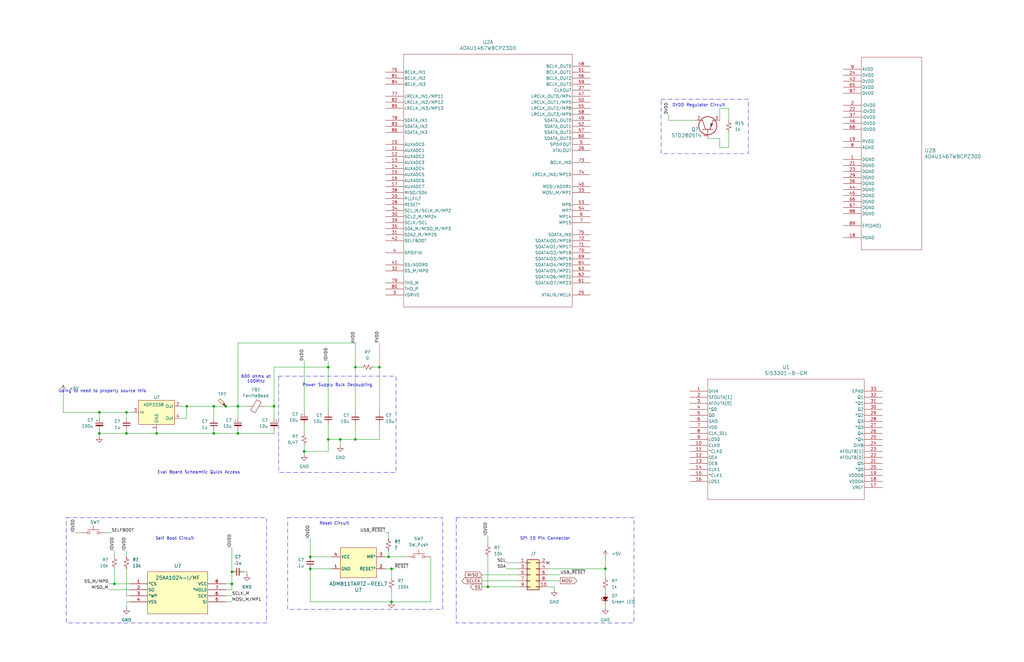
<source format=kicad_sch>
(kicad_sch (version 20250114) (generator "eeschema") (generator_version "9.0")
  (paper "B")
  (title_block (title "Digital Audio Processor ADAU1467") (date "2025-12-31") (rev "0.0") (company "Andy McCann KA3KAF and Doug McCann KA3KAG"))
  (lib_symbols
    (symbol "ADAU1467:ADAU1467WBCPZ300" (pin_names (offset 0.254))
      (property "Reference" "U" (at 43.18 12.7 0))
      (property "Value" "ADAU1467WBCPZ300" (at 43.18 10.16 0))
      (symbol "ADAU1467WBCPZ300_1_1"
        (polyline (pts (xy 7.62 7.62) (xy 7.62 -99.06)) (stroke (width 0.127)))
        (polyline (pts (xy 7.62 -99.06) (xy 78.74 -99.06)) (stroke (width 0.127)))
        (polyline (pts (xy 78.74 7.62) (xy 7.62 7.62)) (stroke (width 0.127)))
        (polyline (pts (xy 78.74 -99.06) (xy 78.74 7.62)) (stroke (width 0.127)))
        (pin unspecified line (at 0 0 0) (length 7.62) (name "BCLK_IN1") (number "76"))
        (pin unspecified line (at 0 -2.54 0) (length 7.62) (name "BCLK_IN2") (number "81"))
        (pin unspecified line (at 0 -5.08 0) (length 7.62) (name "BCLK_IN3") (number "84"))
        (pin unspecified line (at 0 -10.16 0) (length 7.62) (name "LRCLK_IN1/MP11") (number "77"))
        (pin unspecified line (at 0 -12.7 0) (length 7.62) (name "LRCLK_IN2/MP12") (number "82"))
        (pin unspecified line (at 0 -15.24 0) (length 7.62) (name "LRCLK_IN3/MP13") (number "85"))
        (pin unspecified line (at 0 -20.32 0) (length 7.62) (name "SDATA_IN1") (number "78"))
        (pin unspecified line (at 0 -22.86 0) (length 7.62) (name "SDATA_IN2") (number "83"))
        (pin unspecified line (at 0 -25.4 0) (length 7.62) (name "SDATA_IN3") (number "86"))
        (pin unspecified line (at 0 -30.48 0) (length 7.62) (name "AUXADC0") (number "10"))
        (pin unspecified line (at 0 -33.02 0) (length 7.62) (name "AUXADC1") (number "11"))
        (pin unspecified line (at 0 -35.56 0) (length 7.62) (name "AUXADC2") (number "12"))
        (pin unspecified line (at 0 -38.1 0) (length 7.62) (name "AUXADC3") (number "13"))
        (pin unspecified line (at 0 -40.64 0) (length 7.62) (name "AUXADC4") (number "14"))
        (pin unspecified line (at 0 -43.18 0) (length 7.62) (name "AUXADC5") (number "15"))
        (pin unspecified line (at 0 -45.72 0) (length 7.62) (name "AUXADC6") (number "16"))
        (pin unspecified line (at 0 -48.26 0) (length 7.62) (name "AUXADC7") (number "17"))
        (pin unspecified line (at 0 -50.8 0) (length 7.62) (name "MISO/SDA") (number "38"))
        (pin unspecified line (at 0 -53.34 0) (length 7.62) (name "PLLFILT") (number "20"))
        (pin unspecified line (at 0 -55.88 0) (length 7.62) (name "RESET*") (number "28"))
        (pin unspecified line (at 0 -58.42 0) (length 7.62) (name "SCL_M/SCLK_M/MP2") (number "34"))
        (pin unspecified line (at 0 -60.96 0) (length 7.62) (name "SCL2_M/MP24") (number "30"))
        (pin unspecified line (at 0 -63.5 0) (length 7.62) (name "SCLK/SCL") (number "39"))
        (pin unspecified line (at 0 -66.04 0) (length 7.62) (name "SDA_M/MISO_M/MP3") (number "35"))
        (pin unspecified line (at 0 -68.58 0) (length 7.62) (name "SDA2_M/MP25") (number "31"))
        (pin unspecified line (at 0 -71.12 0) (length 7.62) (name "SELFBOOT") (number "42"))
        (pin unspecified line (at 0 -76.2 0) (length 7.62) (name "SPDIFIN") (number "4"))
        (pin unspecified line (at 0 -81.28 0) (length 7.62) (name "SS/ADDR0") (number "41"))
        (pin unspecified line (at 0 -83.82 0) (length 7.62) (name "SS_M/MP0") (number "32"))
        (pin unspecified line (at 0 -88.9 0) (length 7.62) (name "THD_M") (number "79"))
        (pin unspecified line (at 0 -91.44 0) (length 7.62) (name "THD_P") (number "80"))
        (pin unspecified line (at 0 -93.98 0) (length 7.62) (name "VDRIVE") (number "3"))
        (pin unspecified line (at 86.36 2.54 180) (length 7.62) (name "BCLK_OUT0") (number "48"))
        (pin unspecified line (at 86.36 0 180) (length 7.62) (name "BCLK_OUT1") (number "51"))
        (pin unspecified line (at 86.36 -2.54 180) (length 7.62) (name "BCLK_OUT2") (number "56"))
        (pin unspecified line (at 86.36 -5.08 180) (length 7.62) (name "BCLK_OUT3") (number "59"))
        (pin unspecified line (at 86.36 -7.62 180) (length 7.62) (name "CLKOUT") (number "27"))
        (pin unspecified line (at 86.36 -10.16 180) (length 7.62) (name "LRCLK_OUT0/MP4") (number "47"))
        (pin unspecified line (at 86.36 -12.7 180) (length 7.62) (name "LRCLK_OUT1/MP5") (number "50"))
        (pin unspecified line (at 86.36 -15.24 180) (length 7.62) (name "LRCLK_OUT2/MP8") (number "55"))
        (pin unspecified line (at 86.36 -17.78 180) (length 7.62) (name "LRCLK_OUT3/MP9") (number "58"))
        (pin unspecified line (at 86.36 -20.32 180) (length 7.62) (name "SDATA_OUT0") (number "49"))
        (pin unspecified line (at 86.36 -22.86 180) (length 7.62) (name "SDATA_OUT1") (number "52"))
        (pin unspecified line (at 86.36 -25.4 180) (length 7.62) (name "SDATA_OUT2") (number "57"))
        (pin unspecified line (at 86.36 -27.94 180) (length 7.62) (name "SDATA_OUT3") (number "60"))
        (pin unspecified line (at 86.36 -30.48 180) (length 7.62) (name "SPDIFOUT") (number "5"))
        (pin unspecified line (at 86.36 -33.02 180) (length 7.62) (name "XTALOUT") (number "26"))
        (pin unspecified line (at 86.36 -38.1 180) (length 7.62) (name "BCLK_IN0") (number "73"))
        (pin unspecified line (at 86.36 -43.18 180) (length 7.62) (name "LRCLK_IN0/MP10") (number "74"))
        (pin unspecified line (at 86.36 -48.26 180) (length 7.62) (name "MOSI/ADDR1") (number "40"))
        (pin unspecified line (at 86.36 -50.8 180) (length 7.62) (name "MOSI_M/MP1") (number "33"))
        (pin unspecified line (at 86.36 -55.88 180) (length 7.62) (name "MP6") (number "53"))
        (pin unspecified line (at 86.36 -58.42 180) (length 7.62) (name "MP7") (number "54"))
        (pin unspecified line (at 86.36 -60.96 180) (length 7.62) (name "MP14") (number "6"))
        (pin unspecified line (at 86.36 -63.5 180) (length 7.62) (name "MP15") (number "7"))
        (pin unspecified line (at 86.36 -68.58 180) (length 7.62) (name "SDATA_IN0") (number "75"))
        (pin unspecified line (at 86.36 -71.12 180) (length 7.62) (name "SDATAIO0/MP16") (number "72"))
        (pin unspecified line (at 86.36 -73.66 180) (length 7.62) (name "SDATAIO1/MP17") (number "71"))
        (pin unspecified line (at 86.36 -76.2 180) (length 7.62) (name "SDATAIO2/MP18") (number "70"))
        (pin unspecified line (at 86.36 -78.74 180) (length 7.62) (name "SDATAIO3/MP19") (number "69"))
        (pin unspecified line (at 86.36 -81.28 180) (length 7.62) (name "SDATAIO4/MP20") (number "64"))
        (pin unspecified line (at 86.36 -83.82 180) (length 7.62) (name "SDATAIO5/MP21") (number "63"))
        (pin unspecified line (at 86.36 -86.36 180) (length 7.62) (name "SDATAIO6/MP22") (number "62"))
        (pin unspecified line (at 86.36 -88.9 180) (length 7.62) (name "SDATAIO7/MP23") (number "61"))
        (pin unspecified line (at 86.36 -93.98 180) (length 7.62) (name "XTALIN/MCLK") (number "25"))
      )
      (symbol "ADAU1467WBCPZ300_2_1"
        (polyline (pts (xy 7.62 5.08) (xy 7.62 -76.2)) (stroke (width 0.127)))
        (polyline (pts (xy 7.62 -76.2) (xy 33.02 -76.2)) (stroke (width 0.127)))
        (polyline (pts (xy 33.02 5.08) (xy 7.62 5.08)) (stroke (width 0.127)))
        (polyline (pts (xy 33.02 -76.2) (xy 33.02 5.08)) (stroke (width 0.127)))
        (pin unspecified line (at 0 0 0) (length 7.62) (name "AVDD") (number "9"))
        (pin unspecified line (at 0 -2.54 0) (length 7.62) (name "DVDD") (number "24"))
        (pin unspecified line (at 0 -5.08 0) (length 7.62) (name "DVDD") (number "43"))
        (pin unspecified line (at 0 -7.62 0) (length 7.62) (name "DVDD") (number "65"))
        (pin unspecified line (at 0 -10.16 0) (length 7.62) (name "DVDD") (number "87"))
        (pin unspecified line (at 0 -15.24 0) (length 7.62) (name "IOVDD") (number "2"))
        (pin unspecified line (at 0 -17.78 0) (length 7.62) (name "IOVDD") (number "22"))
        (pin unspecified line (at 0 -20.32 0) (length 7.62) (name "IOVDD") (number "37"))
        (pin unspecified line (at 0 -22.86 0) (length 7.62) (name "IOVDD") (number "46"))
        (pin unspecified line (at 0 -25.4 0) (length 7.62) (name "IOVDD") (number "68"))
        (pin unspecified line (at 0 -30.48 0) (length 7.62) (name "PVDD") (number "19"))
        (pin unspecified line (at 0 -33.02 0) (length 7.62) (name "AGND") (number "8"))
        (pin unspecified line (at 0 -38.1 0) (length 7.62) (name "DGND") (number "1"))
        (pin unspecified line (at 0 -40.64 0) (length 7.62) (name "DGND") (number "21"))
        (pin unspecified line (at 0 -43.18 0) (length 7.62) (name "DGND") (number "23"))
        (pin unspecified line (at 0 -45.72 0) (length 7.62) (name "DGND") (number "29"))
        (pin unspecified line (at 0 -48.26 0) (length 7.62) (name "DGND") (number "36"))
        (pin unspecified line (at 0 -50.8 0) (length 7.62) (name "DGND") (number "44"))
        (pin unspecified line (at 0 -53.34 0) (length 7.62) (name "DGND") (number "45"))
        (pin unspecified line (at 0 -55.88 0) (length 7.62) (name "DGND") (number "66"))
        (pin unspecified line (at 0 -58.42 0) (length 7.62) (name "DGND") (number "67"))
        (pin unspecified line (at 0 -60.96 0) (length 7.62) (name "DGND") (number "88"))
        (pin unspecified line (at 0 -66.04 0) (length 7.62) (name "EP(GND)") (number "89"))
        (pin unspecified line (at 0 -71.12 0) (length 7.62) (name "PGND") (number "18"))
      )
    )
    (symbol "Connector:TestPoint_Probe" (pin_numbers (hide yes)) (pin_names (offset 0.762) (hide yes))
      (property "Reference" "TP" (at 1.651 5.842 0))
      (property "Value" "TestPoint_Probe" (at 1.651 4.064 0))
      (symbol "TestPoint_Probe_0_1"
        (polyline (pts (xy 1.27 0.762) (xy 0 0) (xy 0.762 1.27) (xy 1.27 0.762)) (fill (type outline)))
        (polyline (pts (xy 1.397 0.635) (xy 0.635 1.397) (xy 2.413 3.175) (xy 3.175 2.413) (xy 1.397 0.635)) (fill (type background)))
      )
      (symbol "TestPoint_Probe_1_1"
        (pin passive line (at 0 0 90) (length 0) (name "1") (number "1"))
      )
    )
    (symbol "Connector_Generic:Conn_02x05_Odd_Even" (pin_names (offset 1.016) (hide yes))
      (property "Reference" "J" (at 1.27 7.62 0))
      (property "Value" "Conn_02x05_Odd_Even" (at 1.27 -7.62 0))
      (symbol "Conn_02x05_Odd_Even_1_1"
        (rectangle (start -1.27 6.35) (end 3.81 -6.35) (stroke (width 0.254)) (fill (type background)))
        (rectangle (start -1.27 5.207) (end 0 4.953) (stroke (width 0.1524)))
        (rectangle (start -1.27 2.667) (end 0 2.413) (stroke (width 0.1524)))
        (rectangle (start -1.27 0.127) (end 0 -0.127) (stroke (width 0.1524)))
        (rectangle (start -1.27 -2.413) (end 0 -2.667) (stroke (width 0.1524)))
        (rectangle (start -1.27 -4.953) (end 0 -5.207) (stroke (width 0.1524)))
        (rectangle (start 3.81 5.207) (end 2.54 4.953) (stroke (width 0.1524)))
        (rectangle (start 3.81 2.667) (end 2.54 2.413) (stroke (width 0.1524)))
        (rectangle (start 3.81 0.127) (end 2.54 -0.127) (stroke (width 0.1524)))
        (rectangle (start 3.81 -2.413) (end 2.54 -2.667) (stroke (width 0.1524)))
        (rectangle (start 3.81 -4.953) (end 2.54 -5.207) (stroke (width 0.1524)))
        (pin passive line (at -5.08 5.08 0) (length 3.81) (name "Pin_1") (number "1"))
        (pin passive line (at -5.08 2.54 0) (length 3.81) (name "Pin_3") (number "3"))
        (pin passive line (at -5.08 0 0) (length 3.81) (name "Pin_5") (number "5"))
        (pin passive line (at -5.08 -2.54 0) (length 3.81) (name "Pin_7") (number "7"))
        (pin passive line (at -5.08 -5.08 0) (length 3.81) (name "Pin_9") (number "9"))
        (pin passive line (at 7.62 5.08 180) (length 3.81) (name "Pin_2") (number "2"))
        (pin passive line (at 7.62 2.54 180) (length 3.81) (name "Pin_4") (number "4"))
        (pin passive line (at 7.62 0 180) (length 3.81) (name "Pin_6") (number "6"))
        (pin passive line (at 7.62 -2.54 180) (length 3.81) (name "Pin_8") (number "8"))
        (pin passive line (at 7.62 -5.08 180) (length 3.81) (name "Pin_10") (number "10"))
      )
    )
    (symbol "Device:C_Polarized_Small" (pin_numbers (hide yes)) (pin_names (offset 0.254) (hide yes))
      (property "Reference" "C" (at 0.254 1.778 0))
      (property "Value" "C_Polarized_Small" (at 0.254 -2.032 0))
      (symbol "C_Polarized_Small_0_1"
        (rectangle (start -1.524 0.6858) (end 1.524 0.3048))
        (rectangle (start -1.524 -0.3048) (end 1.524 -0.6858) (fill (type outline)))
        (polyline (pts (xy -1.27 1.524) (xy -0.762 1.524)))
        (polyline (pts (xy -1.016 1.27) (xy -1.016 1.778)))
      )
      (symbol "C_Polarized_Small_1_1"
        (pin passive line (at 0 2.54 270) (length 1.8542) (name "~") (number "1"))
        (pin passive line (at 0 -2.54 90) (length 1.8542) (name "~") (number "2"))
      )
    )
    (symbol "Device:C_Small" (pin_numbers (hide yes)) (pin_names (offset 0.254) (hide yes))
      (property "Reference" "C" (at 0.254 1.778 0))
      (property "Value" "C_Small" (at 0.254 -2.032 0))
      (symbol "C_Small_0_1"
        (polyline (pts (xy -1.524 0.508) (xy 1.524 0.508)) (stroke (width 0.3048)))
        (polyline (pts (xy -1.524 -0.508) (xy 1.524 -0.508)) (stroke (width 0.3302)))
      )
      (symbol "C_Small_1_1"
        (pin passive line (at 0 2.54 270) (length 2.032) (name "~") (number "1"))
        (pin passive line (at 0 -2.54 90) (length 2.032) (name "~") (number "2"))
      )
    )
    (symbol "Device:FerriteBead" (pin_numbers (hide yes)) (pin_names (offset 0))
      (property "Reference" "FB" (at -3.81 0.635 90))
      (property "Value" "FerriteBead" (at 3.81 0 90))
      (symbol "FerriteBead_0_1"
        (polyline (pts (xy -2.7686 0.4064) (xy -1.7018 2.2606) (xy 2.7686 -0.3048) (xy 1.6764 -2.159) (xy -2.7686 0.4064)))
        (polyline (pts (xy 0 1.27) (xy 0 1.2954)))
        (polyline (pts (xy 0 -1.27) (xy 0 -1.2192)))
      )
      (symbol "FerriteBead_1_1"
        (pin passive line (at 0 3.81 270) (length 2.54) (name "~") (number "1"))
        (pin passive line (at 0 -3.81 90) (length 2.54) (name "~") (number "2"))
      )
    )
    (symbol "Device:LED_Small_Filled" (pin_numbers (hide yes)) (pin_names (offset 0.254) (hide yes))
      (property "Reference" "D" (at -1.27 3.175 0))
      (property "Value" "LED_Small_Filled" (at -4.445 -2.54 0))
      (symbol "LED_Small_Filled_0_1"
        (polyline (pts (xy -0.762 -1.016) (xy -0.762 1.016)) (stroke (width 0.254)))
        (polyline (pts (xy 0 0.762) (xy -0.508 1.27) (xy -0.254 1.27) (xy -0.508 1.27) (xy -0.508 1.016)))
        (polyline (pts (xy 0.508 1.27) (xy 0 1.778) (xy 0.254 1.778) (xy 0 1.778) (xy 0 1.524)))
        (polyline (pts (xy 0.762 -1.016) (xy -0.762 0) (xy 0.762 1.016) (xy 0.762 -1.016)) (stroke (width 0.254)) (fill (type outline)))
        (polyline (pts (xy 1.016 0) (xy -0.762 0)))
      )
      (symbol "LED_Small_Filled_1_1"
        (pin passive line (at -2.54 0 0) (length 1.778) (name "K") (number "1"))
        (pin passive line (at 2.54 0 180) (length 1.778) (name "A") (number "2"))
      )
    )
    (symbol "Device:R_Small_US" (pin_numbers (hide yes)) (pin_names (offset 0.254) (hide yes))
      (property "Reference" "R" (at 0.762 0.508 0))
      (property "Value" "R_Small_US" (at 0.762 -1.016 0))
      (symbol "R_Small_US_1_1"
        (polyline (pts (xy 0 1.524) (xy 1.016 1.143) (xy 0 0.762) (xy -1.016 0.381) (xy 0 0)))
        (polyline (pts (xy 0 0) (xy 1.016 -0.381) (xy 0 -0.762) (xy -1.016 -1.143) (xy 0 -1.524)))
        (pin passive line (at 0 2.54 270) (length 1.016) (name "~") (number "1"))
        (pin passive line (at 0 -2.54 90) (length 1.016) (name "~") (number "2"))
      )
    )
    (symbol "Si53301:SI53301-B-GM" (pin_names (offset 0.254))
      (property "Reference" "U" (at 40.64 10.16 0))
      (property "Value" "SI53301-B-GM" (at 40.64 7.62 0))
      (symbol "SI53301-B-GM_0_1"
        (polyline (pts (xy 7.62 5.08) (xy 7.62 -45.72)) (stroke (width 0.127)))
        (polyline (pts (xy 7.62 -45.72) (xy 73.66 -45.72)) (stroke (width 0.127)))
        (polyline (pts (xy 73.66 5.08) (xy 7.62 5.08)) (stroke (width 0.127)))
        (polyline (pts (xy 73.66 -45.72) (xy 73.66 5.08)) (stroke (width 0.127)))
        (pin input line (at 0 0 0) (length 7.62) (name "DIVA") (number "1"))
        (pin input line (at 0 -2.54 0) (length 7.62) (name "SFOUTA[1]") (number "2"))
        (pin input line (at 0 -5.08 0) (length 7.62) (name "AFOUTA[0]") (number "3"))
        (pin output line (at 0 -7.62 0) (length 7.62) (name "*Q0") (number "4"))
        (pin output line (at 0 -10.16 0) (length 7.62) (name "Q0") (number "5"))
        (pin power_in line (at 0 -12.7 0) (length 7.62) (name "GND") (number "6"))
        (pin power_in line (at 0 -15.24 0) (length 7.62) (name "VDD") (number "7"))
        (pin input line (at 0 -17.78 0) (length 7.62) (name "CLK_SEL") (number "8"))
        (pin output line (at 0 -20.32 0) (length 7.62) (name "LOS0") (number "9"))
        (pin input line (at 0 -22.86 0) (length 7.62) (name "CLK0") (number "10"))
        (pin input line (at 0 -25.4 0) (length 7.62) (name "*CLK0") (number "11"))
        (pin input line (at 0 -27.94 0) (length 7.62) (name "OEA") (number "12"))
        (pin input line (at 0 -30.48 0) (length 7.62) (name "OEB") (number "13"))
        (pin input line (at 0 -33.02 0) (length 7.62) (name "CLK1") (number "14"))
        (pin input line (at 0 -35.56 0) (length 7.62) (name "*CLK1") (number "15"))
        (pin output line (at 0 -38.1 0) (length 7.62) (name "LOS1") (number "16"))
        (pin unspecified line (at 81.28 0 180) (length 7.62) (name "EPAD") (number "33"))
        (pin output line (at 81.28 -2.54 180) (length 7.62) (name "Q1") (number "32"))
        (pin output line (at 81.28 -5.08 180) (length 7.62) (name "*Q1") (number "31"))
        (pin output line (at 81.28 -7.62 180) (length 7.62) (name "Q2") (number "30"))
        (pin output line (at 81.28 -10.16 180) (length 7.62) (name "*Q2") (number "29"))
        (pin output line (at 81.28 -12.7 180) (length 7.62) (name "Q3") (number "28"))
        (pin output line (at 81.28 -15.24 180) (length 7.62) (name "*Q3") (number "27"))
        (pin output line (at 81.28 -17.78 180) (length 7.62) (name "Q4") (number "26"))
        (pin output line (at 81.28 -20.32 180) (length 7.62) (name "*Q4") (number "25"))
        (pin input line (at 81.28 -22.86 180) (length 7.62) (name "DIVB") (number "24"))
        (pin input line (at 81.28 -25.4 180) (length 7.62) (name "AFOUTB[1]") (number "23"))
        (pin input line (at 81.28 -27.94 180) (length 7.62) (name "AFOUTB[0]") (number "22"))
        (pin output line (at 81.28 -30.48 180) (length 7.62) (name "Q5") (number "21"))
        (pin output line (at 81.28 -33.02 180) (length 7.62) (name "*Q5") (number "20"))
        (pin power_in line (at 81.28 -35.56 180) (length 7.62) (name "VDDOB") (number "19"))
        (pin power_in line (at 81.28 -38.1 180) (length 7.62) (name "VDDOA") (number "18"))
        (pin output line (at 81.28 -40.64 180) (length 7.62) (name "VREF") (number "17"))
      )
    )
    (symbol "Switch:SW_Push" (pin_numbers (hide yes)) (pin_names (offset 1.016) (hide yes))
      (property "Reference" "SW" (at 1.27 2.54 0))
      (property "Value" "SW_Push" (at 0 -1.524 0))
      (symbol "SW_Push_0_1"
        (circle (center -2.032 0) (radius 0.508))
        (polyline (pts (xy 0 1.27) (xy 0 3.048)))
        (circle (center 2.032 0) (radius 0.508))
        (polyline (pts (xy 2.54 1.27) (xy -2.54 1.27)))
        (pin passive line (at -5.08 0 0) (length 2.54) (name "1") (number "1"))
        (pin passive line (at 5.08 0 180) (length 2.54) (name "2") (number "2"))
      )
    )
    (symbol "hf-transceiver:25AA1024-I_MF" (pin_names (offset 0.254))
      (property "Reference" "U" (at 0 13.97 0))
      (property "Value" "25AA1024-I/MF" (at 0 11.43 0))
      (symbol "25AA1024-I_MF_0_1"
        (pin input line (at -20.32 3.81 0) (length 7.62) (name "*CS") (number "1"))
        (pin output line (at -20.32 1.27 0) (length 7.62) (name "SO") (number "2"))
        (pin unspecified line (at -20.32 -1.27 0) (length 7.62) (name "*WP") (number "3"))
        (pin power_in line (at -20.32 -3.81 0) (length 7.62) (name "VSS") (number "4"))
        (pin power_in line (at 20.32 3.81 180) (length 7.62) (name "VCC") (number "8"))
        (pin input line (at 20.32 1.27 180) (length 7.62) (name "*HOLD") (number "7"))
        (pin input line (at 20.32 -1.27 180) (length 7.62) (name "SCK") (number "6"))
        (pin input line (at 20.32 -3.81 180) (length 7.62) (name "SI") (number "5"))
      )
      (symbol "25AA1024-I_MF_1_1"
        (rectangle (start -12.7 8.89) (end 12.7 -8.89) (fill (type background)))
      )
    )
    (symbol "hf-transceiver:ADM811TARTZ-REEL7" (pin_names (offset 0.254))
      (property "Reference" "U" (at 2.54 11.43 0))
      (property "Value" "ADM811TARTZ-REEL7" (at 2.54 8.89 0))
      (symbol "ADM811TARTZ-REEL7_0_1"
        (pin passive line (at -11.43 2.54 0) (length 3.81) (name "GND") (number "1"))
        (pin passive line (at 11.43 -2.54 180) (length 3.81) (name "MR*") (number "3"))
      )
      (symbol "ADM811TARTZ-REEL7_1_1"
        (rectangle (start -7.62 6.35) (end 7.62 -6.35) (fill (type background)))
        (pin power_in line (at -11.43 -2.54 0) (length 3.81) (name "VCC") (number "4"))
        (pin passive line (at 11.43 2.54 180) (length 3.81) (name "RESET*") (number "2"))
      )
    )
    (symbol "hf-transceiver:ADP3338"
      (property "Reference" "U" (at 0 0.254 0))
      (property "Value" "ADP3338" (at 0 0 0))
      (symbol "ADP3338_0_0"
        (pin power_in line (at -10.16 0 0) (length 2.54) (name "In") (number "3"))
        (pin input line (at 0 -7.62 90) (length 2.54) (name "GND") (number "1"))
        (pin power_out line (at 10.16 2.54 180) (length 2.54) (name "Out") (number "2"))
        (pin power_out line (at 10.16 -2.54 180) (length 2.54) (name "Out") (number "4"))
      )
      (symbol "ADP3338_0_1"
        (rectangle (start -7.62 5.08) (end 7.62 -5.08) (fill (type background)))
      )
    )
    (symbol "hf-transceiver:STD2805T4" (pin_names (offset 0.254) (hide yes))
      (property "Reference" "Q" (at 10.16 2.54 0))
      (property "Value" "STD2805T4" (at 10.16 -2.54 0))
      (symbol "STD2805T4_0_1"
        (polyline (pts (xy 2.54 0) (xy 3.81 0)) (stroke (width 0.2032)))
        (polyline (pts (xy 3.81 0.9398) (xy 7.62 2.2098)) (stroke (width 0.2032)))
        (polyline (pts (xy 3.81 -0.9398) (xy 7.62 -2.2098)) (stroke (width 0.2032)))
        (polyline (pts (xy 3.81 -2.2098) (xy 3.81 2.2098)) (stroke (width 0.2032)))
        (circle (center 5.3848 0) (radius 3.81) (stroke (width 0.254)))
        (polyline (pts (xy 6.0198 -2.2098) (xy 6.35 -1.27) (xy 4.7498 -1.27)) (fill (type outline)))
        (polyline (pts (xy 7.62 2.2098) (xy 7.62 2.54)) (stroke (width 0.2032)))
        (polyline (pts (xy 7.62 -2.54) (xy 7.62 -2.2098)) (stroke (width 0.2032)))
        (pin passive line (at 0 0 0) (length 2.54) (name "Base") (number "1"))
        (pin passive line (at 7.62 5.08 270) (length 2.54) (name "Collector") (number "2"))
        (pin passive line (at 7.62 -5.08 90) (length 2.54) (name "Emitter") (number "3"))
      )
    )
    (symbol "power:+5V" (power) (pin_numbers (hide yes)) (pin_names (offset 0) (hide yes))
      (property "Value" "+5V" (at 0 3.556 0))
      (symbol "+5V_0_1"
        (polyline (pts (xy -0.762 1.27) (xy 0 2.54)))
        (polyline (pts (xy 0 2.54) (xy 0.762 1.27)))
        (polyline (pts (xy 0 0) (xy 0 2.54)))
      )
      (symbol "+5V_1_1"
        (pin power_in line (at 0 0 90) (length 0) (name "~") (number "1"))
      )
    )
    (symbol "power:GND" (power) (pin_numbers (hide yes)) (pin_names (offset 0) (hide yes))
      (property "Value" "GND" (at 0 -3.81 0))
      (symbol "GND_0_1"
        (polyline (pts (xy 0 0) (xy 0 -1.27) (xy 1.27 -1.27) (xy 0 -2.54) (xy -1.27 -1.27) (xy 0 -1.27)))
      )
      (symbol "GND_1_1"
        (pin power_in line (at 0 0 270) (length 0) (name "~") (number "1"))
      )
    )
  )
  (rectangle (start 117.475 158.75) (end 167.005 199.39) (stroke (width 0) (type dash_dot)))
  (rectangle (start 192.405 218.44) (end 267.335 262.89) (stroke (width 0) (type dash_dot)))
  (rectangle (start 278.765 41.91) (end 315.595 64.77) (stroke (width 0) (type dash_dot)))
  (rectangle (start 121.285 218.44) (end 186.69 257.175) (stroke (width 0) (type dash_dot)))
  (rectangle (start 27.94 218.44) (end 112.395 262.89) (stroke (width 0) (type dash_dot)))
  (text "DVDD Regulator Circuit" (at 294.64 44.45 0) (effects (font (size 1.27 1.27))))
  (text "Reset Circuit" (at 140.97 220.98 0) (effects (font (size 1.27 1.27))))
  (text "600 ohms at\n100MHz" (at 107.95 160.02 0) (effects (font (size 1.27 1.27))))
  (text "SPI 10 Pin Connector" (at 229.87 227.33 0) (effects (font (size 1.27 1.27))))
  (text "Going to need to properly source this" (at 43.18 165.1 0) (effects (font (size 1.27 1.27))))
  (text "Self Boot Circuit" (at 73.66 227.33 0) (effects (font (size 1.27 1.27))))
  (text "Eval Board Scheamtic Quick Access" (at 83.82 199.39 0) (effects (font (size 1.27 1.27))))
  (text "Power Supply Bulk Decoupling" (at 142.24 162.56 0) (effects (font (size 1.27 1.27))))
  (junction (at 128.27 190.5))
  (junction (at 41.91 173.99))
  (junction (at 149.86 154.94))
  (junction (at 255.27 240.03))
  (junction (at 41.91 182.88))
  (junction (at 97.79 246.38))
  (junction (at 138.43 154.94))
  (junction (at 48.26 246.38))
  (junction (at 100.33 171.45))
  (junction (at 95.25 171.45))
  (junction (at 78.74 171.45))
  (junction (at 53.34 182.88))
  (junction (at 163.83 234.95))
  (junction (at 165.1 240.03))
  (junction (at 130.81 234.95))
  (junction (at 165.1 254))
  (junction (at 130.81 240.03))
  (junction (at 66.04 182.88))
  (junction (at 90.17 182.88))
  (junction (at 160.02 154.94))
  (junction (at 100.33 182.88))
  (junction (at 115.57 171.45))
  (junction (at 205.74 247.65))
  (junction (at 97.79 241.3))
  (junction (at 90.17 171.45))
  (junction (at 53.34 173.99))
  (junction (at 149.86 185.42))
  (junction (at 143.51 185.42))
  (junction (at 138.43 185.42))
  (no_connect (at 231.14 237.49))
  (wire (pts (xy 31.75 224.79) (xy 34.29 224.79)))
  (wire (pts (xy 298.45 58.42) (xy 303.53 58.42)))
  (wire (pts (xy 100.33 144.78) (xy 100.33 171.45)))
  (wire (pts (xy 128.27 179.07) (xy 128.27 182.88)))
  (wire (pts (xy 138.43 152.4) (xy 138.43 154.94)))
  (wire (pts (xy 203.2 245.11) (xy 218.44 245.11)))
  (wire (pts (xy 157.48 154.94) (xy 160.02 154.94)))
  (wire (pts (xy 78.74 171.45) (xy 78.74 176.53)))
  (wire (pts (xy 130.81 234.95) (xy 139.7 234.95)))
  (wire (pts (xy 138.43 185.42) (xy 143.51 185.42)))
  (wire (pts (xy 54.61 254) (xy 53.34 254)))
  (wire (pts (xy 95.25 254) (xy 97.79 254)))
  (wire (pts (xy 97.79 248.92) (xy 97.79 246.38)))
  (wire (pts (xy 138.43 185.42) (xy 138.43 190.5)))
  (wire (pts (xy 115.57 181.61) (xy 115.57 182.88)))
  (wire (pts (xy 165.1 243.84) (xy 165.1 240.03)))
  (wire (pts (xy 138.43 154.94) (xy 138.43 173.99)))
  (wire (pts (xy 160.02 179.07) (xy 160.02 185.42)))
  (wire (pts (xy 231.14 242.57) (xy 236.22 242.57)))
  (wire (pts (xy 205.74 247.65) (xy 218.44 247.65)))
  (wire (pts (xy 138.43 179.07) (xy 138.43 185.42)))
  (wire (pts (xy 90.17 171.45) (xy 95.25 171.45)))
  (wire (pts (xy 41.91 182.88) (xy 53.34 182.88)))
  (wire (pts (xy 231.14 245.11) (xy 236.22 245.11)))
  (wire (pts (xy 255.27 234.95) (xy 255.27 240.03)))
  (wire (pts (xy 128.27 187.96) (xy 128.27 190.5)))
  (wire (pts (xy 255.27 248.92) (xy 255.27 250.19)))
  (wire (pts (xy 162.56 224.79) (xy 163.83 224.79)))
  (wire (pts (xy 115.57 154.94) (xy 138.43 154.94)))
  (wire (pts (xy 205.74 234.95) (xy 205.74 247.65)))
  (wire (pts (xy 163.83 232.41) (xy 163.83 234.95)))
  (wire (pts (xy 100.33 171.45) (xy 104.14 171.45)))
  (wire (pts (xy 143.51 185.42) (xy 149.86 185.42)))
  (wire (pts (xy 162.56 234.95) (xy 163.83 234.95)))
  (wire (pts (xy 231.14 240.03) (xy 255.27 240.03)))
  (wire (pts (xy 90.17 181.61) (xy 90.17 182.88)))
  (wire (pts (xy 97.79 246.38) (xy 95.25 246.38)))
  (wire (pts (xy 53.34 232.41) (xy 53.34 234.95)))
  (wire (pts (xy 160.02 185.42) (xy 149.86 185.42)))
  (wire (pts (xy 95.25 251.46) (xy 97.79 251.46)))
  (wire (pts (xy 66.04 182.88) (xy 90.17 182.88)))
  (wire (pts (xy 115.57 154.94) (xy 115.57 171.45)))
  (wire (pts (xy 53.34 173.99) (xy 53.34 176.53)))
  (wire (pts (xy 130.81 227.33) (xy 130.81 234.95)))
  (wire (pts (xy 128.27 190.5) (xy 128.27 191.77)))
  (wire (pts (xy 97.79 231.14) (xy 97.79 241.3)))
  (wire (pts (xy 90.17 171.45) (xy 90.17 176.53)))
  (wire (pts (xy 307.34 62.23) (xy 303.53 62.23)))
  (wire (pts (xy 213.36 240.03) (xy 218.44 240.03)))
  (wire (pts (xy 115.57 171.45) (xy 115.57 176.53)))
  (wire (pts (xy 303.53 45.72) (xy 303.53 50.8)))
  (wire (pts (xy 255.27 255.27) (xy 255.27 256.54)))
  (wire (pts (xy 213.36 237.49) (xy 218.44 237.49)))
  (wire (pts (xy 44.45 224.79) (xy 46.99 224.79)))
  (wire (pts (xy 165.1 240.03) (xy 162.56 240.03)))
  (wire (pts (xy 149.86 179.07) (xy 149.86 185.42)))
  (wire (pts (xy 41.91 173.99) (xy 53.34 173.99)))
  (wire (pts (xy 53.34 254) (xy 53.34 256.54)))
  (wire (pts (xy 303.53 58.42) (xy 303.53 62.23)))
  (wire (pts (xy 255.27 240.03) (xy 255.27 243.84)))
  (wire (pts (xy 160.02 154.94) (xy 160.02 173.99)))
  (wire (pts (xy 53.34 181.61) (xy 53.34 182.88)))
  (wire (pts (xy 95.25 171.45) (xy 100.33 171.45)))
  (wire (pts (xy 100.33 181.61) (xy 100.33 182.88)))
  (wire (pts (xy 104.14 241.3) (xy 104.14 242.57)))
  (wire (pts (xy 203.2 242.57) (xy 218.44 242.57)))
  (wire (pts (xy 54.61 251.46) (xy 53.34 251.46)))
  (wire (pts (xy 53.34 182.88) (xy 66.04 182.88)))
  (wire (pts (xy 48.26 246.38) (xy 54.61 246.38)))
  (wire (pts (xy 307.34 45.72) (xy 307.34 50.8)))
  (wire (pts (xy 231.14 247.65) (xy 233.68 247.65)))
  (wire (pts (xy 143.51 185.42) (xy 143.51 187.96)))
  (wire (pts (xy 281.94 48.26) (xy 281.94 50.8)))
  (wire (pts (xy 26.67 165.1) (xy 26.67 173.99)))
  (wire (pts (xy 130.81 254) (xy 165.1 254)))
  (wire (pts (xy 45.72 246.38) (xy 48.26 246.38)))
  (wire (pts (xy 139.7 240.03) (xy 130.81 240.03)))
  (wire (pts (xy 76.2 171.45) (xy 78.74 171.45)))
  (wire (pts (xy 307.34 55.88) (xy 307.34 62.23)))
  (wire (pts (xy 102.87 241.3) (xy 104.14 241.3)))
  (wire (pts (xy 307.34 45.72) (xy 303.53 45.72)))
  (wire (pts (xy 48.26 240.03) (xy 48.26 246.38)))
  (wire (pts (xy 100.33 144.78) (xy 149.86 144.78)))
  (wire (pts (xy 41.91 182.88) (xy 41.91 184.15)))
  (wire (pts (xy 181.61 254) (xy 165.1 254)))
  (wire (pts (xy 90.17 182.88) (xy 100.33 182.88)))
  (wire (pts (xy 53.34 173.99) (xy 55.88 173.99)))
  (wire (pts (xy 163.83 234.95) (xy 171.45 234.95)))
  (wire (pts (xy 163.83 224.79) (xy 163.83 227.33)))
  (wire (pts (xy 128.27 190.5) (xy 138.43 190.5)))
  (wire (pts (xy 205.74 226.06) (xy 205.74 229.87)))
  (wire (pts (xy 149.86 154.94) (xy 149.86 173.99)))
  (wire (pts (xy 41.91 173.99) (xy 41.91 176.53)))
  (wire (pts (xy 45.72 248.92) (xy 54.61 248.92)))
  (wire (pts (xy 149.86 154.94) (xy 152.4 154.94)))
  (wire (pts (xy 128.27 152.4) (xy 128.27 173.99)))
  (wire (pts (xy 26.67 173.99) (xy 41.91 173.99)))
  (wire (pts (xy 181.61 234.95) (xy 181.61 254)))
  (wire (pts (xy 281.94 50.8) (xy 293.37 50.8)))
  (wire (pts (xy 160.02 144.78) (xy 160.02 154.94)))
  (wire (pts (xy 165.1 254) (xy 165.1 248.92)))
  (wire (pts (xy 97.79 241.3) (xy 97.79 246.38)))
  (wire (pts (xy 48.26 232.41) (xy 48.26 234.95)))
  (wire (pts (xy 53.34 251.46) (xy 53.34 240.03)))
  (wire (pts (xy 111.76 171.45) (xy 115.57 171.45)))
  (wire (pts (xy 165.1 240.03) (xy 166.37 240.03)))
  (wire (pts (xy 149.86 144.78) (xy 149.86 154.94)))
  (wire (pts (xy 233.68 247.65) (xy 233.68 248.92)))
  (wire (pts (xy 95.25 248.92) (xy 97.79 248.92)))
  (wire (pts (xy 100.33 171.45) (xy 100.33 176.53)))
  (wire (pts (xy 130.81 254) (xy 130.81 240.03)))
  (wire (pts (xy 76.2 176.53) (xy 78.74 176.53)))
  (wire (pts (xy 100.33 182.88) (xy 115.57 182.88)))
  (wire (pts (xy 78.74 171.45) (xy 90.17 171.45)))
  (wire (pts (xy 41.91 181.61) (xy 41.91 182.88)))
  (wire (pts (xy 203.2 247.65) (xy 205.74 247.65)))
  (wire (pts (xy 66.04 181.61) (xy 66.04 182.88)))
  (label "IOVDD" (at 205.74 226.06 90))
  (label "IOVDD" (at 31.75 224.79 90))
  (label "DVDD" (at 281.94 48.26 90))
  (label "PVDD" (at 160.02 144.78 90))
  (label "SCL" (at 213.36 237.49 180))
  (label "SDA" (at 213.36 240.03 180))
  (label "IOVDD" (at 97.79 231.14 90))
  (label "USB_~{RESET}" (at 236.22 242.57 0))
  (label "IOVDD" (at 53.34 232.41 90))
  (label "AVDD" (at 149.86 144.78 90))
  (label "IOVDD" (at 130.81 227.33 90))
  (label "MOSI_M{slash}MP1" (at 97.79 254 0))
  (label "IOVDD" (at 138.43 152.4 90))
  (label "DVDD" (at 128.27 152.4 90))
  (label "~{RESET}" (at 166.37 240.03 0))
  (label "SCLK_M" (at 97.79 251.46 0))
  (label "IOVDD" (at 48.26 232.41 90))
  (label "SS_M{slash}MP0" (at 45.72 246.38 180))
  (label "USB_~{RESET}" (at 162.56 224.79 180))
  (label "SELFBOOT" (at 46.99 224.79 0))
  (label "MiSO_M" (at 45.72 248.92 180))
  (global_label "MOSI" (shape output) (at 236.22 245.11 0) (property "Intersheetrefs" "${INTERSHEET_REFS}" (effects (hide yes))))
  (global_label "SCLCK" (shape output) (at 203.2 245.11 180) (property "Intersheetrefs" "${INTERSHEET_REFS}" (effects (hide yes))))
  (global_label "SS" (shape output) (at 203.2 247.65 180) (property "Intersheetrefs" "${INTERSHEET_REFS}" (effects (hide yes))))
  (global_label "MISO" (shape input) (at 203.2 242.57 180) (property "Intersheetrefs" "${INTERSHEET_REFS}" (effects (hide yes))))
  (symbol (lib_id "Device:R_Small_US") (at 128.27 185.42 0) (mirror y) (unit 1)
    (property "Reference" "R?" (at 125.73 184.1499 0) (effects (justify left)))
    (property "Value" "0.47" (at 125.73 186.6899 0) (effects (justify left)))
    (property "Description" "Resistor, small US symbol" (effects (hide yes)))
  )
  (symbol (lib_id "Si53301:SI53301-B-GM") (at 290.83 165.1 0) (unit 1)
    (property "Reference" "U1" (at 331.47 154.94 0) (effects (font (size 1.524 1.524))))
    (property "Value" "SI53301-B-GM" (at 331.47 157.48 0) (effects (font (size 1.524 1.524))))
    (property "Footprint" "QFN32_5X5_SIL" (effects (hide yes)))
    (property "Datasheet" "SI53301-B-GM" (effects (hide yes)))
  )
  (symbol (lib_id "ADAU1467:ADAU1467WBCPZ300") (at 162.56 30.48 0) (unit 1)
    (property "Reference" "U2" (at 205.74 17.78 0) (effects (font (size 1.524 1.524))))
    (property "Value" "ADAU1467WBCPZ300" (at 205.74 20.32 0) (effects (font (size 1.524 1.524))))
    (property "Footprint" "CP_88_10_ADI" (effects (hide yes)))
    (property "Datasheet" "https://www.analog.com/media/en/technical-documentation/data-sheets/ADAU1463-1467.pdf" (effects (hide yes)))
  )
  (symbol (lib_id "Device:R_Small_US") (at 205.74 232.41 0) (unit 1)
    (property "Reference" "R?" (at 208.28 231.1399 0) (effects (justify left)))
    (property "Value" "10k" (at 208.28 233.6799 0) (effects (justify left)))
    (property "Description" "Resistor, small US symbol" (effects (hide yes)))
  )
  (symbol (lib_id "Device:C_Small") (at 138.43 176.53 180) (unit 1)
    (property "Reference" "C?" (at 135.89 175.2535 0) (effects (justify left)))
    (property "Value" "10u" (at 135.89 177.7935 0) (effects (justify left)))
    (property "Description" "Unpolarized capacitor, small symbol" (effects (hide yes)))
  )
  (symbol (lib_id "power:GND") (at 233.68 248.92 0) (unit 1)
    (property "Reference" "#PWR?" (effects (hide yes)))
    (property "Value" "GND" (at 233.68 254 0))
    (property "Description" "Power symbol creates a global label with name \"GND\" , ground" (effects (hide yes)))
  )
  (symbol (lib_id "Device:FerriteBead") (at 107.95 171.45 90) (unit 1)
    (property "Reference" "FB?" (at 107.8992 164.465 90))
    (property "Value" "FerriteBead" (at 107.8992 167.005 90))
    (property "Description" "Ferrite bead" (effects (hide yes)))
  )
  (symbol (lib_id "Switch:SW_Push") (at 39.37 224.79 0) (unit 1)
    (property "Reference" "SW?" (at 40.005 220.345 0))
    (property "Value" "SW_Push" (effects (hide yes)))
    (property "Description" "Push button switch, generic, two pins" (effects (hide yes)))
  )
  (symbol (lib_id "power:GND") (at 128.27 191.77 0) (unit 1)
    (property "Reference" "#PWR?" (effects (hide yes)))
    (property "Value" "GND" (at 128.27 196.85 0))
    (property "Description" "Power symbol creates a global label with name \"GND\" , ground" (effects (hide yes)))
  )
  (symbol (lib_id "Device:C_Polarized_Small") (at 115.57 179.07 0) (mirror y) (unit 1)
    (property "Reference" "C?" (at 113.03 177.2538 0) (effects (justify left)))
    (property "Value" "10u" (at 113.03 179.7938 0) (effects (justify left)))
    (property "Description" "Polarized capacitor, small symbol" (effects (hide yes)))
  )
  (symbol (lib_id "power:GND") (at 104.14 242.57 0) (unit 1)
    (property "Reference" "#PWR?" (effects (hide yes)))
    (property "Value" "GND" (at 104.14 247.65 0))
    (property "Description" "Power symbol creates a global label with name \"GND\" , ground" (effects (hide yes)))
  )
  (symbol (lib_id "power:GND") (at 165.1 254 0) (unit 1)
    (property "Reference" "#PWR?" (effects (hide yes)))
    (property "Value" "GND" (effects (hide yes)))
    (property "Description" "Power symbol creates a global label with name \"GND\" , ground" (effects (hide yes)))
  )
  (symbol (lib_id "hf-transceiver:ADM811TARTZ-REEL7") (at 151.13 237.49 0) (mirror x) (unit 1)
    (property "Reference" "U?" (at 151.13 248.92 0) (effects (font (size 1.524 1.524))))
    (property "Value" "ADM811TARTZ-REEL7" (at 151.13 246.38 0) (effects (font (size 1.524 1.524))))
    (property "Footprint" "hf-transceiver:RA_4_ADI" (effects (hide yes)))
    (property "Datasheet" "https://www.analog.com/media/en/technical-documentation/data-sheets/ADM811_812.pdf" (effects (hide yes)))
  )
  (symbol (lib_id "Device:R_Small_US") (at 163.83 229.87 0) (unit 1)
    (property "Reference" "R?" (at 166.37 228.5999 0) (effects (justify left)))
    (property "Value" "?" (at 166.37 231.1399 0) (effects (justify left)))
    (property "Description" "Resistor, small US symbol" (effects (hide yes)))
  )
  (symbol (lib_id "Device:C_Polarized_Small") (at 100.33 179.07 0) (unit 1)
    (property "Reference" "C?" (at 97.79 177.2538 0) (effects (justify right)))
    (property "Value" "10u" (at 97.79 179.7938 0) (effects (justify right)))
    (property "Description" "Polarized capacitor, small symbol" (effects (hide yes)))
  )
  (symbol (lib_id "power:GND") (at 53.34 256.54 0) (unit 1)
    (property "Reference" "#PWR?" (effects (hide yes)))
    (property "Value" "GND" (at 53.34 261.62 0))
    (property "Description" "Power symbol creates a global label with name \"GND\" , ground" (effects (hide yes)))
  )
  (symbol (lib_id "power:+5V") (at 26.67 165.1 0) (unit 1)
    (property "Reference" "#PWR?" (effects (hide yes)))
    (property "Value" "+5V" (at 29.21 163.8299 0) (effects (justify left)))
    (property "Description" "Power symbol creates a global label with name \"+5V\"" (effects (hide yes)))
  )
  (symbol (lib_id "Device:C_Small") (at 149.86 176.53 0) (mirror x) (unit 1)
    (property "Reference" "C?" (at 147.32 175.2535 0) (effects (justify right)))
    (property "Value" "10u" (at 147.32 177.7935 0) (effects (justify right)))
    (property "Description" "Unpolarized capacitor, small symbol" (effects (hide yes)))
  )
  (symbol (lib_id "Device:R_Small_US") (at 53.34 237.49 0) (unit 1)
    (property "Reference" "R?" (at 55.88 236.2199 0) (effects (justify left)))
    (property "Value" "10k" (at 55.88 238.7599 0) (effects (justify left)))
    (property "Description" "Resistor, small US symbol" (effects (hide yes)))
  )
  (symbol (lib_id "Device:R_Small_US") (at 154.94 154.94 270) (unit 1)
    (property "Reference" "R?" (at 154.94 148.59 90))
    (property "Value" "0" (at 154.94 151.13 90))
    (property "Description" "Resistor, small US symbol" (effects (hide yes)))
  )
  (symbol (lib_id "Device:R_Small_US") (at 307.34 53.34 0) (unit 1)
    (property "Reference" "R15" (at 309.88 52.0699 0) (effects (justify left)))
    (property "Value" "1k" (at 309.88 54.6099 0) (effects (justify left)))
    (property "Description" "Resistor, small US symbol" (effects (hide yes)))
  )
  (symbol (lib_id "Device:R_Small_US") (at 48.26 237.49 0) (unit 1)
    (property "Reference" "R?" (at 45.72 236.2199 0) (effects (justify right)))
    (property "Value" "10k" (at 45.72 238.7599 0) (effects (justify right)))
    (property "Description" "Resistor, small US symbol" (effects (hide yes)))
  )
  (symbol (lib_id "Switch:SW_Push") (at 176.53 234.95 0) (unit 1)
    (property "Reference" "SW?" (at 176.53 227.33 0))
    (property "Value" "SW_Push" (at 176.53 229.87 0))
    (property "Description" "Push button switch, generic, two pins" (effects (hide yes)))
  )
  (symbol (lib_id "Device:C_Small") (at 130.81 237.49 180) (unit 1)
    (property "Reference" "C?" (at 128.27 236.2135 0) (effects (justify left)))
    (property "Value" ".1u" (at 128.27 238.7535 0) (effects (justify left)))
    (property "Description" "Unpolarized capacitor, small symbol" (effects (hide yes)))
  )
  (symbol (lib_id "Connector:TestPoint_Probe") (at 95.25 171.45 0) (mirror y) (unit 1)
    (property "Reference" "TP?" (at 93.6625 166.37 0))
    (property "Value" "TestPoint" (effects (hide yes)))
    (property "Description" "test point (alternative probe-style design)" (effects (hide yes)))
  )
  (symbol (lib_id "power:GND") (at 143.51 187.96 0) (unit 1)
    (property "Reference" "#PWR?" (effects (hide yes)))
    (property "Value" "GND" (at 143.51 193.04 0))
    (property "Description" "Power symbol creates a global label with name \"GND\" , ground" (effects (hide yes)))
  )
  (symbol (lib_id "ADAU1467:ADAU1467WBCPZ300") (at 355.6 29.21 0) (unit 2)
    (property "Reference" "U2" (at 389.89 63.4999 0) (effects (font (size 1.524 1.524)) (justify left)))
    (property "Value" "ADAU1467WBCPZ300" (at 389.89 66.0399 0) (effects (font (size 1.524 1.524)) (justify left)))
    (property "Footprint" "CP_88_10_ADI" (effects (hide yes)))
    (property "Datasheet" "https://www.analog.com/media/en/technical-documentation/data-sheets/ADAU1463-1467.pdf" (effects (hide yes)))
  )
  (symbol (lib_id "hf-transceiver:STD2805T4") (at 298.45 58.42 90) (unit 1)
    (property "Reference" "Q?" (at 294.64 54.61 90) (effects (font (size 1.524 1.524)) (justify left)))
    (property "Value" "STD2805T4" (at 295.91 57.15 90) (effects (font (size 1.524 1.524)) (justify left)))
    (property "Footprint" "hf-transceiver:DPAKTO-252_TYPEA_STM" (effects (hide yes)))
    (property "Datasheet" "https://www.st.com/resource/en/datasheet/std2805t4.pdf" (effects (hide yes)))
  )
  (symbol (lib_id "Device:C_Polarized_Small") (at 128.27 176.53 0) (unit 1)
    (property "Reference" "C?" (at 125.73 174.7138 0) (effects (justify right)))
    (property "Value" "10u" (at 125.73 177.2538 0) (effects (justify right)))
    (property "Description" "Polarized capacitor, small symbol" (effects (hide yes)))
  )
  (symbol (lib_id "hf-transceiver:ADP3338") (at 66.04 173.99 0) (unit 1)
    (property "Reference" "U?" (at 66.04 167.64 0))
    (property "Value" "ADP3338" (at 64.77 170.815 0))
    (property "Footprint" "Package_TO_SOT_SMD:SOT-223" (effects (hide yes)))
    (property "Datasheet" "https://www.analog.com/media/en/technical-documentation/data-sheets/ADP3338.pdf" (effects (hide yes)))
    (property "Description" "Low Dropout Regulator, SOT-223" (effects (hide yes)))
  )
  (symbol (lib_id "Device:LED_Small_Filled") (at 255.27 252.73 90) (unit 1)
    (property "Reference" "D?" (at 257.81 251.3964 90) (effects (justify right)))
    (property "Value" "Green LED" (at 257.81 253.9364 90) (effects (justify right)))
    (property "Description" "Light emitting diode, small symbol, filled shape" (effects (hide yes)))
    (property "Sim.Pins" "1=K 2=A" (effects (hide yes)))
  )
  (symbol (lib_id "Device:C_Polarized_Small") (at 41.91 179.07 0) (unit 1)
    (property "Reference" "C?" (at 39.37 177.2538 0) (effects (justify right)))
    (property "Value" "100u" (at 39.37 179.7938 0) (effects (justify right)))
    (property "Description" "Polarized capacitor, small symbol" (effects (hide yes)))
  )
  (symbol (lib_id "Device:C_Small") (at 100.33 241.3 90) (unit 1)
    (property "Reference" "C?" (at 100.3363 234.95 90))
    (property "Value" ".1u" (at 100.3363 237.49 90))
    (property "Description" "Unpolarized capacitor, small symbol" (effects (hide yes)))
  )
  (symbol (lib_id "Connector_Generic:Conn_02x05_Odd_Even") (at 223.52 242.57 0) (unit 1)
    (property "Reference" "J?" (at 224.79 233.68 0))
    (property "Value" "Conn_02x05_Odd_Even" (effects (hide yes)))
    (property "Description" "Generic connector, double row, 02x05, odd/even pin numbering scheme (row 1 odd numbers, row 2 even numbers), script generated (kicad-library-utils/schlib/autogen/connector/)" (effects (hide yes)))
  )
  (symbol (lib_id "power:GND") (at 255.27 256.54 0) (unit 1)
    (property "Reference" "#PWR?" (effects (hide yes)))
    (property "Value" "GND" (at 255.27 261.62 0))
    (property "Description" "Power symbol creates a global label with name \"GND\" , ground" (effects (hide yes)))
  )
  (symbol (lib_id "Device:R_Small_US") (at 255.27 246.38 0) (unit 1)
    (property "Reference" "R?" (at 257.81 245.1099 0) (effects (justify left)))
    (property "Value" "1k" (at 257.81 247.6499 0) (effects (justify left)))
    (property "Description" "Resistor, small US symbol" (effects (hide yes)))
  )
  (symbol (lib_id "Device:C_Small") (at 90.17 179.07 180) (unit 1)
    (property "Reference" "C?" (at 87.63 177.7935 0) (effects (justify left)))
    (property "Value" "1u" (at 87.63 180.3335 0) (effects (justify left)))
    (property "Description" "Unpolarized capacitor, small symbol" (effects (hide yes)))
  )
  (symbol (lib_id "power:+5V") (at 255.27 234.95 0) (unit 1)
    (property "Reference" "#PWR?" (effects (hide yes)))
    (property "Value" "+5V" (at 257.81 233.6799 0) (effects (justify left)))
    (property "Description" "Power symbol creates a global label with name \"+5V\"" (effects (hide yes)))
  )
  (symbol (lib_id "hf-transceiver:25AA1024-I_MF") (at 74.93 250.19 0) (unit 1)
    (property "Reference" "U?" (at 74.93 238.76 0) (effects (font (size 1.524 1.524))))
    (property "Value" "25AA1024-I/MF" (at 74.93 243.84 0) (effects (font (size 1.524 1.524))))
    (property "Footprint" "DFN-S8_6x5MC_MCH" (effects (hide yes)))
    (property "Datasheet" "25AA1024-I/MF" (effects (hide yes)))
  )
  (symbol (lib_id "Device:C_Small") (at 53.34 179.07 180) (unit 1)
    (property "Reference" "C?" (at 50.8 177.7935 0) (effects (justify left)))
    (property "Value" "1u" (at 50.8 180.3335 0) (effects (justify left)))
    (property "Description" "Unpolarized capacitor, small symbol" (effects (hide yes)))
  )
  (symbol (lib_id "Device:C_Small") (at 160.02 176.53 180) (unit 1)
    (property "Reference" "C?" (at 162.56 175.2535 0) (effects (justify right)))
    (property "Value" "10u" (at 162.56 177.7935 0) (effects (justify right)))
    (property "Description" "Unpolarized capacitor, small symbol" (effects (hide yes)))
  )
  (symbol (lib_id "power:GND") (at 41.91 184.15 0) (unit 1)
    (property "Reference" "#PWR?" (effects (hide yes)))
    (property "Value" "GND" (effects (hide yes)))
    (property "Description" "Power symbol creates a global label with name \"GND\" , ground" (effects (hide yes)))
  )
  (symbol (lib_id "Device:R_Small_US") (at 165.1 246.38 0) (unit 1)
    (property "Reference" "R?" (at 167.64 245.1099 0) (effects (justify left)))
    (property "Value" "100k" (at 167.64 247.6499 0) (effects (justify left)))
    (property "Description" "Resistor, small US symbol" (effects (hide yes)))
  )
)
</source>
